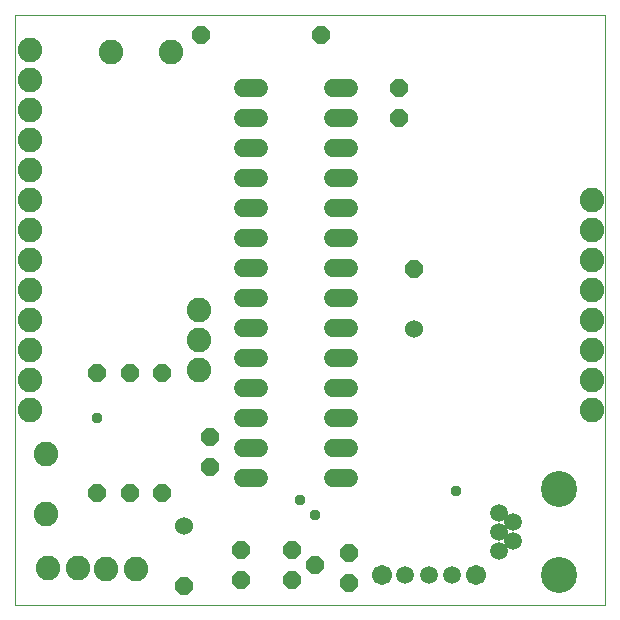
<source format=gbs>
G75*
%MOIN*%
%OFA0B0*%
%FSLAX25Y25*%
%IPPOS*%
%LPD*%
%AMOC8*
5,1,8,0,0,1.08239X$1,22.5*
%
%ADD10C,0.00000*%
%ADD11OC8,0.06000*%
%ADD12C,0.06000*%
%ADD13C,0.08200*%
%ADD14C,0.06000*%
%ADD15C,0.05950*%
%ADD16C,0.12020*%
%ADD17C,0.06737*%
%ADD18C,0.03778*%
D10*
X0011300Y0011300D02*
X0011300Y0208150D01*
X0208150Y0208150D01*
X0208150Y0011300D01*
X0011300Y0011300D01*
D11*
X0038800Y0048800D03*
X0049800Y0048800D03*
X0060300Y0048800D03*
X0076300Y0057300D03*
X0076300Y0067300D03*
X0060300Y0088800D03*
X0049800Y0088800D03*
X0038800Y0088800D03*
X0086800Y0029800D03*
X0086800Y0019800D03*
X0103800Y0019800D03*
X0111300Y0024800D03*
X0103800Y0029800D03*
X0122800Y0028800D03*
X0122800Y0018800D03*
X0067800Y0017800D03*
X0144300Y0123300D03*
X0139300Y0173800D03*
X0139300Y0183800D03*
X0113300Y0201300D03*
X0073300Y0201300D03*
D12*
X0144300Y0103300D03*
X0067800Y0037800D03*
D13*
X0051800Y0023300D03*
X0041800Y0023300D03*
X0032300Y0023800D03*
X0022300Y0023800D03*
X0021800Y0041800D03*
X0021800Y0061800D03*
X0016300Y0076300D03*
X0016300Y0086300D03*
X0016300Y0096300D03*
X0016300Y0106300D03*
X0016300Y0116300D03*
X0016300Y0126300D03*
X0016300Y0136300D03*
X0016300Y0146300D03*
X0016300Y0156300D03*
X0016300Y0166300D03*
X0016300Y0176300D03*
X0016300Y0186300D03*
X0016300Y0196300D03*
X0043300Y0195800D03*
X0063300Y0195800D03*
X0072800Y0109800D03*
X0072800Y0099800D03*
X0072800Y0089800D03*
X0203800Y0086300D03*
X0203800Y0076300D03*
X0203800Y0096300D03*
X0203800Y0106300D03*
X0203800Y0116300D03*
X0203800Y0126300D03*
X0203800Y0136300D03*
X0203800Y0146300D03*
D14*
X0122719Y0143662D02*
X0117519Y0143662D01*
X0117519Y0133662D02*
X0122719Y0133662D01*
X0122719Y0123662D02*
X0117519Y0123662D01*
X0117519Y0113662D02*
X0122719Y0113662D01*
X0122719Y0103662D02*
X0117519Y0103662D01*
X0117519Y0093662D02*
X0122719Y0093662D01*
X0122719Y0083662D02*
X0117519Y0083662D01*
X0117519Y0073662D02*
X0122719Y0073662D01*
X0122719Y0063662D02*
X0117519Y0063662D01*
X0117519Y0053662D02*
X0122719Y0053662D01*
X0092719Y0053662D02*
X0087519Y0053662D01*
X0087519Y0063662D02*
X0092719Y0063662D01*
X0092719Y0073662D02*
X0087519Y0073662D01*
X0087519Y0083662D02*
X0092719Y0083662D01*
X0092719Y0093662D02*
X0087519Y0093662D01*
X0087519Y0103662D02*
X0092719Y0103662D01*
X0092719Y0113662D02*
X0087519Y0113662D01*
X0087519Y0123662D02*
X0092719Y0123662D01*
X0092719Y0133662D02*
X0087519Y0133662D01*
X0087519Y0143662D02*
X0092719Y0143662D01*
X0092719Y0153662D02*
X0087519Y0153662D01*
X0087519Y0163662D02*
X0092719Y0163662D01*
X0092719Y0173662D02*
X0087519Y0173662D01*
X0087519Y0183662D02*
X0092719Y0183662D01*
X0117519Y0183662D02*
X0122719Y0183662D01*
X0122719Y0173662D02*
X0117519Y0173662D01*
X0117519Y0163662D02*
X0122719Y0163662D01*
X0122719Y0153662D02*
X0117519Y0153662D01*
D15*
X0172721Y0042099D03*
X0177446Y0038950D03*
X0172721Y0035800D03*
X0177446Y0032650D03*
X0172721Y0029501D03*
X0157174Y0021300D03*
X0149300Y0021300D03*
X0141426Y0021300D03*
D16*
X0192800Y0021430D03*
X0192800Y0050170D03*
D17*
X0165048Y0021300D03*
X0133552Y0021300D03*
D18*
X0111300Y0041300D03*
X0106300Y0046300D03*
X0158300Y0049300D03*
X0038800Y0073800D03*
M02*

</source>
